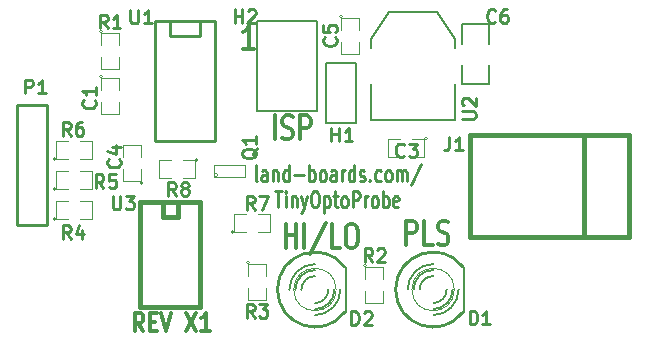
<source format=gto>
G04 (created by PCBNEW (2013-05-31 BZR 4019)-stable) date 7/2/2014 8:15:17 PM*
%MOIN*%
G04 Gerber Fmt 3.4, Leading zero omitted, Abs format*
%FSLAX34Y34*%
G01*
G70*
G90*
G04 APERTURE LIST*
%ADD10C,0.00590551*%
%ADD11C,0.012*%
%ADD12C,0.01*%
%ADD13C,0.008*%
%ADD14C,0.006*%
%ADD15C,0.015*%
%ADD16C,0.0031*%
%ADD17C,0.0039*%
%ADD18C,0.005*%
%ADD19C,0.003*%
%ADD20C,0.01125*%
G04 APERTURE END LIST*
G54D10*
G54D11*
X8291Y-1443D02*
X7948Y-1443D01*
X8120Y-1443D02*
X8120Y-643D01*
X8062Y-758D01*
X8005Y-834D01*
X7948Y-872D01*
X13384Y-7953D02*
X13384Y-7153D01*
X13612Y-7153D01*
X13670Y-7191D01*
X13698Y-7230D01*
X13727Y-7306D01*
X13727Y-7420D01*
X13698Y-7496D01*
X13670Y-7534D01*
X13612Y-7572D01*
X13384Y-7572D01*
X14270Y-7953D02*
X13984Y-7953D01*
X13984Y-7153D01*
X14441Y-7915D02*
X14527Y-7953D01*
X14670Y-7953D01*
X14727Y-7915D01*
X14755Y-7877D01*
X14784Y-7801D01*
X14784Y-7725D01*
X14755Y-7649D01*
X14727Y-7610D01*
X14670Y-7572D01*
X14555Y-7534D01*
X14498Y-7496D01*
X14470Y-7458D01*
X14441Y-7382D01*
X14441Y-7306D01*
X14470Y-7230D01*
X14498Y-7191D01*
X14555Y-7153D01*
X14698Y-7153D01*
X14784Y-7191D01*
X9354Y-8063D02*
X9354Y-7263D01*
X9354Y-7644D02*
X9697Y-7644D01*
X9697Y-8063D02*
X9697Y-7263D01*
X9982Y-8063D02*
X9982Y-7263D01*
X10697Y-7225D02*
X10182Y-8254D01*
X11182Y-8063D02*
X10897Y-8063D01*
X10897Y-7263D01*
X11497Y-7263D02*
X11611Y-7263D01*
X11668Y-7301D01*
X11725Y-7378D01*
X11754Y-7530D01*
X11754Y-7797D01*
X11725Y-7949D01*
X11668Y-8025D01*
X11611Y-8063D01*
X11497Y-8063D01*
X11440Y-8025D01*
X11382Y-7949D01*
X11354Y-7797D01*
X11354Y-7530D01*
X11382Y-7378D01*
X11440Y-7301D01*
X11497Y-7263D01*
X4617Y-10832D02*
X4450Y-10547D01*
X4331Y-10832D02*
X4331Y-10232D01*
X4522Y-10232D01*
X4570Y-10261D01*
X4593Y-10290D01*
X4617Y-10347D01*
X4617Y-10432D01*
X4593Y-10490D01*
X4570Y-10518D01*
X4522Y-10547D01*
X4331Y-10547D01*
X4831Y-10518D02*
X4998Y-10518D01*
X5070Y-10832D02*
X4831Y-10832D01*
X4831Y-10232D01*
X5070Y-10232D01*
X5212Y-10232D02*
X5379Y-10832D01*
X5546Y-10232D01*
X6046Y-10232D02*
X6379Y-10832D01*
X6379Y-10232D02*
X6046Y-10832D01*
X6831Y-10832D02*
X6546Y-10832D01*
X6689Y-10832D02*
X6689Y-10232D01*
X6641Y-10318D01*
X6593Y-10375D01*
X6546Y-10404D01*
X8994Y-4443D02*
X8994Y-3643D01*
X9251Y-4405D02*
X9337Y-4443D01*
X9480Y-4443D01*
X9537Y-4405D01*
X9565Y-4367D01*
X9594Y-4291D01*
X9594Y-4215D01*
X9565Y-4139D01*
X9537Y-4100D01*
X9480Y-4062D01*
X9365Y-4024D01*
X9308Y-3986D01*
X9280Y-3948D01*
X9251Y-3872D01*
X9251Y-3796D01*
X9280Y-3720D01*
X9308Y-3681D01*
X9365Y-3643D01*
X9508Y-3643D01*
X9594Y-3681D01*
X9851Y-4443D02*
X9851Y-3643D01*
X10080Y-3643D01*
X10137Y-3681D01*
X10165Y-3720D01*
X10194Y-3796D01*
X10194Y-3910D01*
X10165Y-3986D01*
X10137Y-4024D01*
X10080Y-4062D01*
X9851Y-4062D01*
G54D12*
X8413Y-5842D02*
X8375Y-5816D01*
X8356Y-5764D01*
X8356Y-5292D01*
X8737Y-5842D02*
X8737Y-5554D01*
X8718Y-5502D01*
X8680Y-5475D01*
X8604Y-5475D01*
X8566Y-5502D01*
X8737Y-5816D02*
X8699Y-5842D01*
X8604Y-5842D01*
X8566Y-5816D01*
X8547Y-5764D01*
X8547Y-5711D01*
X8566Y-5659D01*
X8604Y-5633D01*
X8699Y-5633D01*
X8737Y-5606D01*
X8928Y-5475D02*
X8928Y-5842D01*
X8928Y-5528D02*
X8947Y-5502D01*
X8985Y-5475D01*
X9042Y-5475D01*
X9080Y-5502D01*
X9099Y-5554D01*
X9099Y-5842D01*
X9461Y-5842D02*
X9461Y-5292D01*
X9461Y-5816D02*
X9423Y-5842D01*
X9347Y-5842D01*
X9309Y-5816D01*
X9290Y-5790D01*
X9270Y-5737D01*
X9270Y-5580D01*
X9290Y-5528D01*
X9309Y-5502D01*
X9347Y-5475D01*
X9423Y-5475D01*
X9461Y-5502D01*
X9651Y-5633D02*
X9956Y-5633D01*
X10147Y-5842D02*
X10147Y-5292D01*
X10147Y-5502D02*
X10185Y-5475D01*
X10261Y-5475D01*
X10299Y-5502D01*
X10318Y-5528D01*
X10337Y-5580D01*
X10337Y-5737D01*
X10318Y-5790D01*
X10299Y-5816D01*
X10261Y-5842D01*
X10185Y-5842D01*
X10147Y-5816D01*
X10566Y-5842D02*
X10528Y-5816D01*
X10509Y-5790D01*
X10490Y-5737D01*
X10490Y-5580D01*
X10509Y-5528D01*
X10528Y-5502D01*
X10566Y-5475D01*
X10623Y-5475D01*
X10661Y-5502D01*
X10680Y-5528D01*
X10699Y-5580D01*
X10699Y-5737D01*
X10680Y-5790D01*
X10661Y-5816D01*
X10623Y-5842D01*
X10566Y-5842D01*
X11042Y-5842D02*
X11042Y-5554D01*
X11023Y-5502D01*
X10985Y-5475D01*
X10909Y-5475D01*
X10870Y-5502D01*
X11042Y-5816D02*
X11004Y-5842D01*
X10909Y-5842D01*
X10870Y-5816D01*
X10851Y-5764D01*
X10851Y-5711D01*
X10870Y-5659D01*
X10909Y-5633D01*
X11004Y-5633D01*
X11042Y-5606D01*
X11232Y-5842D02*
X11232Y-5475D01*
X11232Y-5580D02*
X11251Y-5528D01*
X11270Y-5502D01*
X11309Y-5475D01*
X11347Y-5475D01*
X11651Y-5842D02*
X11651Y-5292D01*
X11651Y-5816D02*
X11613Y-5842D01*
X11537Y-5842D01*
X11499Y-5816D01*
X11480Y-5790D01*
X11461Y-5737D01*
X11461Y-5580D01*
X11480Y-5528D01*
X11499Y-5502D01*
X11537Y-5475D01*
X11613Y-5475D01*
X11651Y-5502D01*
X11823Y-5816D02*
X11861Y-5842D01*
X11937Y-5842D01*
X11975Y-5816D01*
X11994Y-5764D01*
X11994Y-5737D01*
X11975Y-5685D01*
X11937Y-5659D01*
X11880Y-5659D01*
X11842Y-5633D01*
X11823Y-5580D01*
X11823Y-5554D01*
X11842Y-5502D01*
X11880Y-5475D01*
X11937Y-5475D01*
X11975Y-5502D01*
X12166Y-5790D02*
X12185Y-5816D01*
X12166Y-5842D01*
X12147Y-5816D01*
X12166Y-5790D01*
X12166Y-5842D01*
X12528Y-5816D02*
X12489Y-5842D01*
X12413Y-5842D01*
X12375Y-5816D01*
X12356Y-5790D01*
X12337Y-5737D01*
X12337Y-5580D01*
X12356Y-5528D01*
X12375Y-5502D01*
X12413Y-5475D01*
X12489Y-5475D01*
X12528Y-5502D01*
X12756Y-5842D02*
X12718Y-5816D01*
X12699Y-5790D01*
X12680Y-5737D01*
X12680Y-5580D01*
X12699Y-5528D01*
X12718Y-5502D01*
X12756Y-5475D01*
X12813Y-5475D01*
X12851Y-5502D01*
X12870Y-5528D01*
X12889Y-5580D01*
X12889Y-5737D01*
X12870Y-5790D01*
X12851Y-5816D01*
X12813Y-5842D01*
X12756Y-5842D01*
X13061Y-5842D02*
X13061Y-5475D01*
X13061Y-5528D02*
X13080Y-5502D01*
X13118Y-5475D01*
X13175Y-5475D01*
X13213Y-5502D01*
X13232Y-5554D01*
X13232Y-5842D01*
X13232Y-5554D02*
X13251Y-5502D01*
X13289Y-5475D01*
X13347Y-5475D01*
X13385Y-5502D01*
X13404Y-5554D01*
X13404Y-5842D01*
X13880Y-5266D02*
X13537Y-5973D01*
X9004Y-6162D02*
X9232Y-6162D01*
X9118Y-6712D02*
X9118Y-6162D01*
X9366Y-6712D02*
X9366Y-6345D01*
X9366Y-6162D02*
X9347Y-6188D01*
X9366Y-6215D01*
X9385Y-6188D01*
X9366Y-6162D01*
X9366Y-6215D01*
X9556Y-6345D02*
X9556Y-6712D01*
X9556Y-6398D02*
X9575Y-6372D01*
X9613Y-6345D01*
X9670Y-6345D01*
X9709Y-6372D01*
X9728Y-6424D01*
X9728Y-6712D01*
X9880Y-6345D02*
X9975Y-6712D01*
X10070Y-6345D02*
X9975Y-6712D01*
X9937Y-6843D01*
X9918Y-6869D01*
X9880Y-6895D01*
X10299Y-6162D02*
X10375Y-6162D01*
X10413Y-6188D01*
X10451Y-6241D01*
X10470Y-6345D01*
X10470Y-6529D01*
X10451Y-6634D01*
X10413Y-6686D01*
X10375Y-6712D01*
X10299Y-6712D01*
X10261Y-6686D01*
X10223Y-6634D01*
X10204Y-6529D01*
X10204Y-6345D01*
X10223Y-6241D01*
X10261Y-6188D01*
X10299Y-6162D01*
X10642Y-6345D02*
X10642Y-6895D01*
X10642Y-6372D02*
X10680Y-6345D01*
X10756Y-6345D01*
X10794Y-6372D01*
X10813Y-6398D01*
X10832Y-6450D01*
X10832Y-6607D01*
X10813Y-6660D01*
X10794Y-6686D01*
X10756Y-6712D01*
X10680Y-6712D01*
X10642Y-6686D01*
X10947Y-6345D02*
X11099Y-6345D01*
X11004Y-6162D02*
X11004Y-6634D01*
X11023Y-6686D01*
X11061Y-6712D01*
X11099Y-6712D01*
X11290Y-6712D02*
X11251Y-6686D01*
X11232Y-6660D01*
X11213Y-6607D01*
X11213Y-6450D01*
X11232Y-6398D01*
X11251Y-6372D01*
X11290Y-6345D01*
X11347Y-6345D01*
X11385Y-6372D01*
X11404Y-6398D01*
X11423Y-6450D01*
X11423Y-6607D01*
X11404Y-6660D01*
X11385Y-6686D01*
X11347Y-6712D01*
X11290Y-6712D01*
X11594Y-6712D02*
X11594Y-6162D01*
X11747Y-6162D01*
X11785Y-6188D01*
X11804Y-6215D01*
X11823Y-6267D01*
X11823Y-6345D01*
X11804Y-6398D01*
X11785Y-6424D01*
X11747Y-6450D01*
X11594Y-6450D01*
X11994Y-6712D02*
X11994Y-6345D01*
X11994Y-6450D02*
X12013Y-6398D01*
X12032Y-6372D01*
X12070Y-6345D01*
X12109Y-6345D01*
X12299Y-6712D02*
X12261Y-6686D01*
X12242Y-6660D01*
X12223Y-6607D01*
X12223Y-6450D01*
X12242Y-6398D01*
X12261Y-6372D01*
X12299Y-6345D01*
X12356Y-6345D01*
X12394Y-6372D01*
X12413Y-6398D01*
X12432Y-6450D01*
X12432Y-6607D01*
X12413Y-6660D01*
X12394Y-6686D01*
X12356Y-6712D01*
X12299Y-6712D01*
X12604Y-6712D02*
X12604Y-6162D01*
X12604Y-6372D02*
X12642Y-6345D01*
X12718Y-6345D01*
X12756Y-6372D01*
X12775Y-6398D01*
X12794Y-6450D01*
X12794Y-6607D01*
X12775Y-6660D01*
X12756Y-6686D01*
X12718Y-6712D01*
X12642Y-6712D01*
X12604Y-6686D01*
X13118Y-6686D02*
X13080Y-6712D01*
X13004Y-6712D01*
X12966Y-6686D01*
X12947Y-6634D01*
X12947Y-6424D01*
X12966Y-6372D01*
X13004Y-6345D01*
X13080Y-6345D01*
X13118Y-6372D01*
X13137Y-6424D01*
X13137Y-6476D01*
X12947Y-6529D01*
G54D13*
X12200Y-2600D02*
X12200Y-3800D01*
X12200Y-3800D02*
X15000Y-3800D01*
X15000Y-3800D02*
X15000Y-2600D01*
X12200Y-1400D02*
X12200Y-1100D01*
X12200Y-1100D02*
X12800Y-200D01*
X12800Y-200D02*
X14400Y-200D01*
X14400Y-200D02*
X15000Y-1100D01*
X15000Y-1100D02*
X15000Y-1400D01*
G54D14*
X10700Y-1900D02*
X11700Y-1900D01*
X11700Y-1900D02*
X11700Y-3900D01*
X11700Y-3900D02*
X10700Y-3900D01*
X10700Y-3900D02*
X10700Y-1900D01*
G54D15*
X20500Y-7700D02*
X20800Y-7700D01*
X20800Y-7700D02*
X20800Y-4300D01*
X20800Y-4300D02*
X20500Y-4300D01*
X19300Y-7700D02*
X19300Y-4300D01*
X15500Y-7700D02*
X15500Y-4300D01*
X20500Y-4300D02*
X15500Y-4300D01*
X20500Y-7700D02*
X15500Y-7700D01*
G54D13*
X8400Y-3500D02*
X8400Y-500D01*
X10400Y-500D02*
X10400Y-3500D01*
X10400Y-3500D02*
X8400Y-3500D01*
X8400Y-500D02*
X10400Y-500D01*
G54D16*
X7099Y-5638D02*
G75*
G03X7099Y-5638I-62J0D01*
G74*
G01*
X8000Y-5300D02*
X8000Y-5700D01*
X6975Y-5300D02*
X6975Y-5700D01*
X8000Y-5700D02*
X6975Y-5700D01*
X6975Y-5300D02*
X8000Y-5300D01*
G54D17*
X12050Y-8650D02*
G75*
G03X12050Y-8650I-50J0D01*
G74*
G01*
X12000Y-9100D02*
X12000Y-8700D01*
X12000Y-8700D02*
X12600Y-8700D01*
X12600Y-8700D02*
X12600Y-9100D01*
X12600Y-9500D02*
X12600Y-9900D01*
X12600Y-9900D02*
X12000Y-9900D01*
X12000Y-9900D02*
X12000Y-9500D01*
X8150Y-8550D02*
G75*
G03X8150Y-8550I-50J0D01*
G74*
G01*
X8100Y-9000D02*
X8100Y-8600D01*
X8100Y-8600D02*
X8700Y-8600D01*
X8700Y-8600D02*
X8700Y-9000D01*
X8700Y-9400D02*
X8700Y-9800D01*
X8700Y-9800D02*
X8100Y-9800D01*
X8100Y-9800D02*
X8100Y-9400D01*
X1700Y-7100D02*
G75*
G03X1700Y-7100I-50J0D01*
G74*
G01*
X2100Y-7100D02*
X1700Y-7100D01*
X1700Y-7100D02*
X1700Y-6500D01*
X1700Y-6500D02*
X2100Y-6500D01*
X2500Y-6500D02*
X2900Y-6500D01*
X2900Y-6500D02*
X2900Y-7100D01*
X2900Y-7100D02*
X2500Y-7100D01*
X1700Y-6100D02*
G75*
G03X1700Y-6100I-50J0D01*
G74*
G01*
X2100Y-6100D02*
X1700Y-6100D01*
X1700Y-6100D02*
X1700Y-5500D01*
X1700Y-5500D02*
X2100Y-5500D01*
X2500Y-5500D02*
X2900Y-5500D01*
X2900Y-5500D02*
X2900Y-6100D01*
X2900Y-6100D02*
X2500Y-6100D01*
X1700Y-5100D02*
G75*
G03X1700Y-5100I-50J0D01*
G74*
G01*
X2100Y-5100D02*
X1700Y-5100D01*
X1700Y-5100D02*
X1700Y-4500D01*
X1700Y-4500D02*
X2100Y-4500D01*
X2500Y-4500D02*
X2900Y-4500D01*
X2900Y-4500D02*
X2900Y-5100D01*
X2900Y-5100D02*
X2500Y-5100D01*
G54D15*
X6511Y-6517D02*
X6511Y-10017D01*
X6511Y-10017D02*
X4511Y-10017D01*
X4511Y-10017D02*
X4511Y-6517D01*
X4511Y-6517D02*
X6511Y-6517D01*
X5761Y-6517D02*
X5761Y-7017D01*
X5761Y-7017D02*
X5261Y-7017D01*
X5261Y-7017D02*
X5261Y-6517D01*
G54D12*
X400Y-7300D02*
X400Y-3300D01*
X1400Y-7300D02*
X1400Y-3300D01*
X1400Y-3300D02*
X400Y-3300D01*
X400Y-7300D02*
X1400Y-7300D01*
G54D17*
X11250Y-350D02*
G75*
G03X11250Y-350I-50J0D01*
G74*
G01*
X11200Y-800D02*
X11200Y-400D01*
X11200Y-400D02*
X11800Y-400D01*
X11800Y-400D02*
X11800Y-800D01*
X11800Y-1200D02*
X11800Y-1600D01*
X11800Y-1600D02*
X11200Y-1600D01*
X11200Y-1600D02*
X11200Y-1200D01*
X3250Y-2350D02*
G75*
G03X3250Y-2350I-50J0D01*
G74*
G01*
X3200Y-2800D02*
X3200Y-2400D01*
X3200Y-2400D02*
X3800Y-2400D01*
X3800Y-2400D02*
X3800Y-2800D01*
X3800Y-3200D02*
X3800Y-3600D01*
X3800Y-3600D02*
X3200Y-3600D01*
X3200Y-3600D02*
X3200Y-3200D01*
X14085Y-4424D02*
G75*
G03X14085Y-4424I-50J0D01*
G74*
G01*
X13585Y-4424D02*
X13985Y-4424D01*
X13985Y-4424D02*
X13985Y-5024D01*
X13985Y-5024D02*
X13585Y-5024D01*
X13185Y-5024D02*
X12785Y-5024D01*
X12785Y-5024D02*
X12785Y-4424D01*
X12785Y-4424D02*
X13185Y-4424D01*
X3250Y-850D02*
G75*
G03X3250Y-850I-50J0D01*
G74*
G01*
X3200Y-1300D02*
X3200Y-900D01*
X3200Y-900D02*
X3800Y-900D01*
X3800Y-900D02*
X3800Y-1300D01*
X3800Y-1700D02*
X3800Y-2100D01*
X3800Y-2100D02*
X3200Y-2100D01*
X3200Y-2100D02*
X3200Y-1700D01*
X4600Y-5890D02*
G75*
G03X4600Y-5890I-50J0D01*
G74*
G01*
X4550Y-5440D02*
X4550Y-5840D01*
X4550Y-5840D02*
X3950Y-5840D01*
X3950Y-5840D02*
X3950Y-5440D01*
X3950Y-5040D02*
X3950Y-4640D01*
X3950Y-4640D02*
X4550Y-4640D01*
X4550Y-4640D02*
X4550Y-5040D01*
G54D18*
X16150Y-600D02*
X15250Y-600D01*
X15250Y-600D02*
X15250Y-1250D01*
X16150Y-1950D02*
X16150Y-2600D01*
X16150Y-2600D02*
X15250Y-2600D01*
X15250Y-2600D02*
X15250Y-1950D01*
X16150Y-1250D02*
X16150Y-600D01*
G54D12*
X6500Y-500D02*
X6500Y-1000D01*
X6500Y-1000D02*
X5500Y-1000D01*
X5500Y-1000D02*
X5500Y-500D01*
X7000Y-500D02*
X7000Y-4500D01*
X7000Y-4500D02*
X5000Y-4500D01*
X5000Y-4500D02*
X5000Y-500D01*
X5000Y-500D02*
X7000Y-500D01*
G54D13*
X15293Y-10198D02*
X15293Y-8698D01*
G54D19*
X14980Y-9448D02*
G75*
G03X14980Y-9448I-707J0D01*
G74*
G01*
G54D12*
X15272Y-8698D02*
G75*
G03X15272Y-10199I-999J-750D01*
G74*
G01*
G54D14*
X14273Y-8998D02*
G75*
G03X13823Y-9448I0J-450D01*
G74*
G01*
X14273Y-9898D02*
G75*
G03X14723Y-9448I0J450D01*
G74*
G01*
X14273Y-8798D02*
G75*
G03X13623Y-9448I0J-650D01*
G74*
G01*
X14273Y-10098D02*
G75*
G03X14923Y-9448I0J650D01*
G74*
G01*
X14273Y-8598D02*
G75*
G03X13423Y-9448I0J-850D01*
G74*
G01*
X14273Y-10298D02*
G75*
G03X15123Y-9448I0J850D01*
G74*
G01*
G54D13*
X11356Y-10198D02*
X11356Y-8698D01*
G54D19*
X11043Y-9448D02*
G75*
G03X11043Y-9448I-707J0D01*
G74*
G01*
G54D12*
X11335Y-8698D02*
G75*
G03X11335Y-10199I-999J-750D01*
G74*
G01*
G54D14*
X10336Y-8998D02*
G75*
G03X9886Y-9448I0J-450D01*
G74*
G01*
X10336Y-9898D02*
G75*
G03X10786Y-9448I0J450D01*
G74*
G01*
X10336Y-8798D02*
G75*
G03X9686Y-9448I0J-650D01*
G74*
G01*
X10336Y-10098D02*
G75*
G03X10986Y-9448I0J650D01*
G74*
G01*
X10336Y-8598D02*
G75*
G03X9486Y-9448I0J-850D01*
G74*
G01*
X10336Y-10298D02*
G75*
G03X11186Y-9448I0J850D01*
G74*
G01*
G54D17*
X7640Y-7520D02*
G75*
G03X7640Y-7520I-50J0D01*
G74*
G01*
X8040Y-7520D02*
X7640Y-7520D01*
X7640Y-7520D02*
X7640Y-6920D01*
X7640Y-6920D02*
X8040Y-6920D01*
X8440Y-6920D02*
X8840Y-6920D01*
X8840Y-6920D02*
X8840Y-7520D01*
X8840Y-7520D02*
X8440Y-7520D01*
X6440Y-5120D02*
G75*
G03X6440Y-5120I-50J0D01*
G74*
G01*
X5940Y-5120D02*
X6340Y-5120D01*
X6340Y-5120D02*
X6340Y-5720D01*
X6340Y-5720D02*
X5940Y-5720D01*
X5540Y-5720D02*
X5140Y-5720D01*
X5140Y-5720D02*
X5140Y-5120D01*
X5140Y-5120D02*
X5540Y-5120D01*
G54D20*
X15252Y-3762D02*
X15616Y-3762D01*
X15659Y-3741D01*
X15680Y-3720D01*
X15702Y-3677D01*
X15702Y-3591D01*
X15680Y-3548D01*
X15659Y-3527D01*
X15616Y-3505D01*
X15252Y-3505D01*
X15295Y-3312D02*
X15273Y-3291D01*
X15252Y-3248D01*
X15252Y-3141D01*
X15273Y-3098D01*
X15295Y-3077D01*
X15337Y-3055D01*
X15380Y-3055D01*
X15445Y-3077D01*
X15702Y-3334D01*
X15702Y-3055D01*
X10877Y-4502D02*
X10877Y-4052D01*
X10877Y-4266D02*
X11134Y-4266D01*
X11134Y-4502D02*
X11134Y-4052D01*
X11584Y-4502D02*
X11327Y-4502D01*
X11455Y-4502D02*
X11455Y-4052D01*
X11412Y-4116D01*
X11370Y-4159D01*
X11327Y-4180D01*
X14810Y-4352D02*
X14810Y-4673D01*
X14788Y-4737D01*
X14745Y-4780D01*
X14681Y-4802D01*
X14638Y-4802D01*
X15260Y-4802D02*
X15002Y-4802D01*
X15131Y-4802D02*
X15131Y-4352D01*
X15088Y-4416D01*
X15045Y-4459D01*
X15002Y-4480D01*
X7657Y-562D02*
X7657Y-112D01*
X7657Y-326D02*
X7914Y-326D01*
X7914Y-562D02*
X7914Y-112D01*
X8107Y-155D02*
X8128Y-133D01*
X8171Y-112D01*
X8278Y-112D01*
X8321Y-133D01*
X8342Y-155D01*
X8364Y-197D01*
X8364Y-240D01*
X8342Y-305D01*
X8085Y-562D01*
X8364Y-562D01*
X8405Y-4742D02*
X8383Y-4785D01*
X8340Y-4828D01*
X8276Y-4892D01*
X8255Y-4935D01*
X8255Y-4978D01*
X8362Y-4957D02*
X8340Y-5000D01*
X8297Y-5042D01*
X8212Y-5064D01*
X8062Y-5064D01*
X7976Y-5042D01*
X7933Y-5000D01*
X7912Y-4957D01*
X7912Y-4871D01*
X7933Y-4828D01*
X7976Y-4785D01*
X8062Y-4764D01*
X8212Y-4764D01*
X8297Y-4785D01*
X8340Y-4828D01*
X8362Y-4871D01*
X8362Y-4957D01*
X8362Y-4335D02*
X8362Y-4592D01*
X8362Y-4464D02*
X7912Y-4464D01*
X7976Y-4507D01*
X8019Y-4550D01*
X8040Y-4592D01*
X12245Y-8522D02*
X12095Y-8307D01*
X11987Y-8522D02*
X11987Y-8072D01*
X12159Y-8072D01*
X12202Y-8093D01*
X12223Y-8115D01*
X12245Y-8157D01*
X12245Y-8222D01*
X12223Y-8265D01*
X12202Y-8286D01*
X12159Y-8307D01*
X11987Y-8307D01*
X12416Y-8115D02*
X12437Y-8093D01*
X12480Y-8072D01*
X12587Y-8072D01*
X12630Y-8093D01*
X12652Y-8115D01*
X12673Y-8157D01*
X12673Y-8200D01*
X12652Y-8265D01*
X12395Y-8522D01*
X12673Y-8522D01*
X8325Y-10382D02*
X8175Y-10167D01*
X8067Y-10382D02*
X8067Y-9932D01*
X8239Y-9932D01*
X8282Y-9953D01*
X8303Y-9975D01*
X8325Y-10017D01*
X8325Y-10082D01*
X8303Y-10125D01*
X8282Y-10146D01*
X8239Y-10167D01*
X8067Y-10167D01*
X8475Y-9932D02*
X8753Y-9932D01*
X8603Y-10103D01*
X8667Y-10103D01*
X8710Y-10125D01*
X8732Y-10146D01*
X8753Y-10189D01*
X8753Y-10296D01*
X8732Y-10339D01*
X8710Y-10360D01*
X8667Y-10382D01*
X8539Y-10382D01*
X8496Y-10360D01*
X8475Y-10339D01*
X2188Y-7760D02*
X2038Y-7546D01*
X1931Y-7760D02*
X1931Y-7310D01*
X2103Y-7310D01*
X2145Y-7332D01*
X2167Y-7353D01*
X2188Y-7396D01*
X2188Y-7460D01*
X2167Y-7503D01*
X2145Y-7525D01*
X2103Y-7546D01*
X1931Y-7546D01*
X2574Y-7460D02*
X2574Y-7760D01*
X2467Y-7289D02*
X2360Y-7610D01*
X2638Y-7610D01*
X3285Y-6062D02*
X3135Y-5847D01*
X3027Y-6062D02*
X3027Y-5612D01*
X3199Y-5612D01*
X3242Y-5633D01*
X3263Y-5655D01*
X3285Y-5697D01*
X3285Y-5762D01*
X3263Y-5805D01*
X3242Y-5826D01*
X3199Y-5847D01*
X3027Y-5847D01*
X3692Y-5612D02*
X3477Y-5612D01*
X3456Y-5826D01*
X3477Y-5805D01*
X3520Y-5783D01*
X3627Y-5783D01*
X3670Y-5805D01*
X3692Y-5826D01*
X3713Y-5869D01*
X3713Y-5976D01*
X3692Y-6019D01*
X3670Y-6040D01*
X3627Y-6062D01*
X3520Y-6062D01*
X3477Y-6040D01*
X3456Y-6019D01*
X2188Y-4316D02*
X2038Y-4101D01*
X1931Y-4316D02*
X1931Y-3866D01*
X2103Y-3866D01*
X2145Y-3887D01*
X2167Y-3908D01*
X2188Y-3951D01*
X2188Y-4016D01*
X2167Y-4058D01*
X2145Y-4080D01*
X2103Y-4101D01*
X1931Y-4101D01*
X2574Y-3866D02*
X2488Y-3866D01*
X2445Y-3887D01*
X2424Y-3908D01*
X2381Y-3973D01*
X2360Y-4058D01*
X2360Y-4230D01*
X2381Y-4273D01*
X2403Y-4294D01*
X2445Y-4316D01*
X2531Y-4316D01*
X2574Y-4294D01*
X2595Y-4273D01*
X2617Y-4230D01*
X2617Y-4123D01*
X2595Y-4080D01*
X2574Y-4058D01*
X2531Y-4037D01*
X2445Y-4037D01*
X2403Y-4058D01*
X2381Y-4080D01*
X2360Y-4123D01*
X3594Y-6326D02*
X3594Y-6690D01*
X3615Y-6733D01*
X3637Y-6755D01*
X3679Y-6776D01*
X3765Y-6776D01*
X3808Y-6755D01*
X3829Y-6733D01*
X3851Y-6690D01*
X3851Y-6326D01*
X4022Y-6326D02*
X4301Y-6326D01*
X4151Y-6498D01*
X4215Y-6498D01*
X4258Y-6519D01*
X4279Y-6540D01*
X4301Y-6583D01*
X4301Y-6690D01*
X4279Y-6733D01*
X4258Y-6755D01*
X4215Y-6776D01*
X4087Y-6776D01*
X4044Y-6755D01*
X4022Y-6733D01*
X680Y-2908D02*
X680Y-2458D01*
X851Y-2458D01*
X894Y-2479D01*
X916Y-2500D01*
X937Y-2543D01*
X937Y-2608D01*
X916Y-2650D01*
X894Y-2672D01*
X851Y-2693D01*
X680Y-2693D01*
X1366Y-2908D02*
X1109Y-2908D01*
X1237Y-2908D02*
X1237Y-2458D01*
X1194Y-2522D01*
X1151Y-2565D01*
X1109Y-2586D01*
X11019Y-1044D02*
X11040Y-1066D01*
X11062Y-1130D01*
X11062Y-1173D01*
X11040Y-1237D01*
X10997Y-1280D01*
X10955Y-1302D01*
X10869Y-1323D01*
X10805Y-1323D01*
X10719Y-1302D01*
X10676Y-1280D01*
X10633Y-1237D01*
X10612Y-1173D01*
X10612Y-1130D01*
X10633Y-1066D01*
X10655Y-1044D01*
X10612Y-637D02*
X10612Y-852D01*
X10826Y-873D01*
X10805Y-852D01*
X10783Y-809D01*
X10783Y-702D01*
X10805Y-659D01*
X10826Y-637D01*
X10869Y-616D01*
X10976Y-616D01*
X11019Y-637D01*
X11040Y-659D01*
X11062Y-702D01*
X11062Y-809D01*
X11040Y-852D01*
X11019Y-873D01*
X2993Y-3126D02*
X3015Y-3147D01*
X3036Y-3211D01*
X3036Y-3254D01*
X3015Y-3319D01*
X2972Y-3361D01*
X2929Y-3383D01*
X2843Y-3404D01*
X2779Y-3404D01*
X2693Y-3383D01*
X2650Y-3361D01*
X2607Y-3319D01*
X2586Y-3254D01*
X2586Y-3211D01*
X2607Y-3147D01*
X2629Y-3126D01*
X3036Y-2697D02*
X3036Y-2954D01*
X3036Y-2826D02*
X2586Y-2826D01*
X2650Y-2869D01*
X2693Y-2911D01*
X2715Y-2954D01*
X13310Y-4988D02*
X13289Y-5010D01*
X13225Y-5031D01*
X13182Y-5031D01*
X13117Y-5010D01*
X13075Y-4967D01*
X13053Y-4924D01*
X13032Y-4838D01*
X13032Y-4774D01*
X13053Y-4688D01*
X13075Y-4645D01*
X13117Y-4602D01*
X13182Y-4581D01*
X13225Y-4581D01*
X13289Y-4602D01*
X13310Y-4624D01*
X13460Y-4581D02*
X13739Y-4581D01*
X13589Y-4752D01*
X13653Y-4752D01*
X13696Y-4774D01*
X13717Y-4795D01*
X13739Y-4838D01*
X13739Y-4945D01*
X13717Y-4988D01*
X13696Y-5010D01*
X13653Y-5031D01*
X13525Y-5031D01*
X13482Y-5010D01*
X13460Y-4988D01*
X3425Y-742D02*
X3275Y-527D01*
X3167Y-742D02*
X3167Y-292D01*
X3339Y-292D01*
X3382Y-313D01*
X3403Y-335D01*
X3425Y-377D01*
X3425Y-442D01*
X3403Y-485D01*
X3382Y-506D01*
X3339Y-527D01*
X3167Y-527D01*
X3853Y-742D02*
X3596Y-742D01*
X3725Y-742D02*
X3725Y-292D01*
X3682Y-356D01*
X3639Y-399D01*
X3596Y-420D01*
X3819Y-5094D02*
X3840Y-5116D01*
X3862Y-5180D01*
X3862Y-5223D01*
X3840Y-5287D01*
X3797Y-5330D01*
X3755Y-5352D01*
X3669Y-5373D01*
X3605Y-5373D01*
X3519Y-5352D01*
X3476Y-5330D01*
X3433Y-5287D01*
X3412Y-5223D01*
X3412Y-5180D01*
X3433Y-5116D01*
X3455Y-5094D01*
X3562Y-4709D02*
X3862Y-4709D01*
X3390Y-4816D02*
X3712Y-4923D01*
X3712Y-4644D01*
X16345Y-519D02*
X16323Y-540D01*
X16259Y-562D01*
X16216Y-562D01*
X16152Y-540D01*
X16109Y-497D01*
X16087Y-455D01*
X16066Y-369D01*
X16066Y-305D01*
X16087Y-219D01*
X16109Y-176D01*
X16152Y-133D01*
X16216Y-112D01*
X16259Y-112D01*
X16323Y-133D01*
X16345Y-155D01*
X16730Y-112D02*
X16645Y-112D01*
X16602Y-133D01*
X16580Y-155D01*
X16537Y-219D01*
X16516Y-305D01*
X16516Y-476D01*
X16537Y-519D01*
X16559Y-540D01*
X16602Y-562D01*
X16687Y-562D01*
X16730Y-540D01*
X16752Y-519D01*
X16773Y-476D01*
X16773Y-369D01*
X16752Y-326D01*
X16730Y-305D01*
X16687Y-283D01*
X16602Y-283D01*
X16559Y-305D01*
X16537Y-326D01*
X16516Y-369D01*
X4184Y-125D02*
X4184Y-490D01*
X4206Y-532D01*
X4227Y-554D01*
X4270Y-575D01*
X4356Y-575D01*
X4398Y-554D01*
X4420Y-532D01*
X4441Y-490D01*
X4441Y-125D01*
X4891Y-575D02*
X4634Y-575D01*
X4763Y-575D02*
X4763Y-125D01*
X4720Y-190D01*
X4677Y-232D01*
X4634Y-254D01*
X15487Y-10602D02*
X15487Y-10152D01*
X15595Y-10152D01*
X15659Y-10173D01*
X15702Y-10216D01*
X15723Y-10259D01*
X15745Y-10345D01*
X15745Y-10409D01*
X15723Y-10495D01*
X15702Y-10537D01*
X15659Y-10580D01*
X15595Y-10602D01*
X15487Y-10602D01*
X16173Y-10602D02*
X15916Y-10602D01*
X16045Y-10602D02*
X16045Y-10152D01*
X16002Y-10216D01*
X15959Y-10259D01*
X15916Y-10280D01*
X11547Y-10622D02*
X11547Y-10172D01*
X11655Y-10172D01*
X11719Y-10193D01*
X11762Y-10236D01*
X11783Y-10279D01*
X11805Y-10365D01*
X11805Y-10429D01*
X11783Y-10515D01*
X11762Y-10557D01*
X11719Y-10600D01*
X11655Y-10622D01*
X11547Y-10622D01*
X11976Y-10215D02*
X11997Y-10193D01*
X12040Y-10172D01*
X12147Y-10172D01*
X12190Y-10193D01*
X12212Y-10215D01*
X12233Y-10257D01*
X12233Y-10300D01*
X12212Y-10365D01*
X11955Y-10622D01*
X12233Y-10622D01*
X8325Y-6782D02*
X8175Y-6567D01*
X8067Y-6782D02*
X8067Y-6332D01*
X8239Y-6332D01*
X8282Y-6353D01*
X8303Y-6375D01*
X8325Y-6417D01*
X8325Y-6482D01*
X8303Y-6525D01*
X8282Y-6546D01*
X8239Y-6567D01*
X8067Y-6567D01*
X8475Y-6332D02*
X8775Y-6332D01*
X8582Y-6782D01*
X5705Y-6322D02*
X5555Y-6107D01*
X5447Y-6322D02*
X5447Y-5872D01*
X5619Y-5872D01*
X5662Y-5893D01*
X5683Y-5915D01*
X5705Y-5957D01*
X5705Y-6022D01*
X5683Y-6065D01*
X5662Y-6086D01*
X5619Y-6107D01*
X5447Y-6107D01*
X5962Y-6065D02*
X5919Y-6043D01*
X5897Y-6022D01*
X5876Y-5979D01*
X5876Y-5957D01*
X5897Y-5915D01*
X5919Y-5893D01*
X5962Y-5872D01*
X6047Y-5872D01*
X6090Y-5893D01*
X6112Y-5915D01*
X6133Y-5957D01*
X6133Y-5979D01*
X6112Y-6022D01*
X6090Y-6043D01*
X6047Y-6065D01*
X5962Y-6065D01*
X5919Y-6086D01*
X5897Y-6107D01*
X5876Y-6150D01*
X5876Y-6236D01*
X5897Y-6279D01*
X5919Y-6300D01*
X5962Y-6322D01*
X6047Y-6322D01*
X6090Y-6300D01*
X6112Y-6279D01*
X6133Y-6236D01*
X6133Y-6150D01*
X6112Y-6107D01*
X6090Y-6086D01*
X6047Y-6065D01*
M02*

</source>
